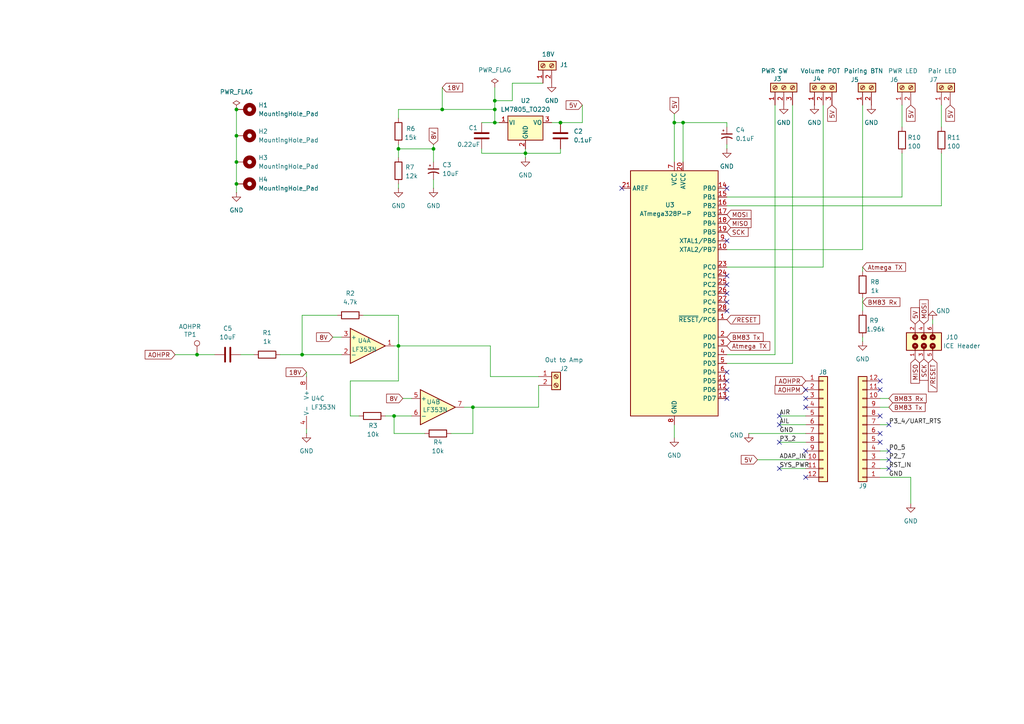
<source format=kicad_sch>
(kicad_sch (version 20231120) (generator "eeschema") (generator_version "8.0")
  (paper "A4")
  (title_block (title "BT/MC Module") (date "2024-10-13") (rev "A"))
  (lib_symbols
    (symbol "Amplifier_Operational:TL082" (pin_names (offset 0.127))
      (property "Reference" "U" (at 0 5.08 0))
      (property "Value" "TL082" (at 0 -5.08 0))
      (symbol "TL082_1_1"
        (polyline (pts (xy -5.08 5.08) (xy 5.08 0) (xy -5.08 -5.08) (xy -5.08 5.08)) (stroke (width 0.254)) (fill (type background)))
        (pin output line (at 7.62 0 180) (length 2.54) (name "~") (number "1"))
        (pin input line (at -7.62 -2.54 0) (length 2.54) (name "-") (number "2"))
        (pin input line (at -7.62 2.54 0) (length 2.54) (name "+") (number "3"))
      )
      (symbol "TL082_2_1"
        (polyline (pts (xy -5.08 5.08) (xy 5.08 0) (xy -5.08 -5.08) (xy -5.08 5.08)) (stroke (width 0.254)) (fill (type background)))
        (pin input line (at -7.62 2.54 0) (length 2.54) (name "+") (number "5"))
        (pin input line (at -7.62 -2.54 0) (length 2.54) (name "-") (number "6"))
        (pin output line (at 7.62 0 180) (length 2.54) (name "~") (number "7"))
      )
      (symbol "TL082_3_1"
        (pin power_in line (at -2.54 -7.62 90) (length 3.81) (name "V-") (number "4"))
        (pin power_in line (at -2.54 7.62 270) (length 3.81) (name "V+") (number "8"))
      )
    )
    (symbol "Connector:Screw_Terminal_01x02" (pin_names (offset 1.016) hide)
      (property "Reference" "J" (at 0 2.54 0))
      (property "Value" "Screw_Terminal_01x02" (at 0 -5.08 0))
      (symbol "Screw_Terminal_01x02_1_1"
        (rectangle (start -1.27 1.27) (end 1.27 -3.81) (stroke (width 0.254)) (fill (type background)))
        (circle (center 0 -2.54) (radius 0.635) (stroke (width 0.1524)))
        (polyline (pts (xy -0.5334 -2.2098) (xy 0.3302 -3.048)) (stroke (width 0.1524)))
        (polyline (pts (xy -0.5334 0.3302) (xy 0.3302 -0.508)) (stroke (width 0.1524)))
        (polyline (pts (xy -0.3556 -2.032) (xy 0.508 -2.8702)) (stroke (width 0.1524)))
        (polyline (pts (xy -0.3556 0.508) (xy 0.508 -0.3302)) (stroke (width 0.1524)))
        (circle (center 0 0) (radius 0.635) (stroke (width 0.1524)))
        (pin passive line (at -5.08 0 0) (length 3.81) (name "Pin_1") (number "1"))
        (pin passive line (at -5.08 -2.54 0) (length 3.81) (name "Pin_2") (number "2"))
      )
    )
    (symbol "Connector:Screw_Terminal_01x03" (pin_names (offset 1.016) hide)
      (property "Reference" "J" (at 0 5.08 0))
      (property "Value" "Screw_Terminal_01x03" (at 0 -5.08 0))
      (symbol "Screw_Terminal_01x03_1_1"
        (rectangle (start -1.27 3.81) (end 1.27 -3.81) (stroke (width 0.254)) (fill (type background)))
        (circle (center 0 -2.54) (radius 0.635) (stroke (width 0.1524)))
        (polyline (pts (xy -0.5334 -2.2098) (xy 0.3302 -3.048)) (stroke (width 0.1524)))
        (polyline (pts (xy -0.5334 0.3302) (xy 0.3302 -0.508)) (stroke (width 0.1524)))
        (polyline (pts (xy -0.5334 2.8702) (xy 0.3302 2.032)) (stroke (width 0.1524)))
        (polyline (pts (xy -0.3556 -2.032) (xy 0.508 -2.8702)) (stroke (width 0.1524)))
        (polyline (pts (xy -0.3556 0.508) (xy 0.508 -0.3302)) (stroke (width 0.1524)))
        (polyline (pts (xy -0.3556 3.048) (xy 0.508 2.2098)) (stroke (width 0.1524)))
        (circle (center 0 0) (radius 0.635) (stroke (width 0.1524)))
        (circle (center 0 2.54) (radius 0.635) (stroke (width 0.1524)))
        (pin passive line (at -5.08 2.54 0) (length 3.81) (name "Pin_1") (number "1"))
        (pin passive line (at -5.08 0 0) (length 3.81) (name "Pin_2") (number "2"))
        (pin passive line (at -5.08 -2.54 0) (length 3.81) (name "Pin_3") (number "3"))
      )
    )
    (symbol "Connector:TestPoint" (pin_numbers hide) (pin_names (offset 0.762) hide)
      (property "Reference" "TP" (at 0 6.858 0))
      (property "Value" "TestPoint" (at 0 5.08 0))
      (symbol "TestPoint_0_1"
        (circle (center 0 3.302) (radius 0.762))
      )
      (symbol "TestPoint_1_1"
        (pin passive line (at 0 0 90) (length 2.54) (name "1") (number "1"))
      )
    )
    (symbol "Connector_Generic:Conn_01x12" (pin_names (offset 1.016) hide)
      (property "Reference" "J" (at 0 15.24 0))
      (property "Value" "Conn_01x12" (at 0 -17.78 0))
      (symbol "Conn_01x12_1_1"
        (rectangle (start -1.27 -15.113) (end 0 -15.367) (stroke (width 0.1524)))
        (rectangle (start -1.27 -12.573) (end 0 -12.827) (stroke (width 0.1524)))
        (rectangle (start -1.27 -10.033) (end 0 -10.287) (stroke (width 0.1524)))
        (rectangle (start -1.27 -7.493) (end 0 -7.747) (stroke (width 0.1524)))
        (rectangle (start -1.27 -4.953) (end 0 -5.207) (stroke (width 0.1524)))
        (rectangle (start -1.27 -2.413) (end 0 -2.667) (stroke (width 0.1524)))
        (rectangle (start -1.27 0.127) (end 0 -0.127) (stroke (width 0.1524)))
        (rectangle (start -1.27 2.667) (end 0 2.413) (stroke (width 0.1524)))
        (rectangle (start -1.27 5.207) (end 0 4.953) (stroke (width 0.1524)))
        (rectangle (start -1.27 7.747) (end 0 7.493) (stroke (width 0.1524)))
        (rectangle (start -1.27 10.287) (end 0 10.033) (stroke (width 0.1524)))
        (rectangle (start -1.27 12.827) (end 0 12.573) (stroke (width 0.1524)))
        (rectangle (start -1.27 13.97) (end 1.27 -16.51) (stroke (width 0.254)) (fill (type background)))
        (pin passive line (at -5.08 12.7 0) (length 3.81) (name "Pin_1") (number "1"))
        (pin passive line (at -5.08 -10.16 0) (length 3.81) (name "Pin_10") (number "10"))
        (pin passive line (at -5.08 -12.7 0) (length 3.81) (name "Pin_11") (number "11"))
        (pin passive line (at -5.08 -15.24 0) (length 3.81) (name "Pin_12") (number "12"))
        (pin passive line (at -5.08 10.16 0) (length 3.81) (name "Pin_2") (number "2"))
        (pin passive line (at -5.08 7.62 0) (length 3.81) (name "Pin_3") (number "3"))
        (pin passive line (at -5.08 5.08 0) (length 3.81) (name "Pin_4") (number "4"))
        (pin passive line (at -5.08 2.54 0) (length 3.81) (name "Pin_5") (number "5"))
        (pin passive line (at -5.08 0 0) (length 3.81) (name "Pin_6") (number "6"))
        (pin passive line (at -5.08 -2.54 0) (length 3.81) (name "Pin_7") (number "7"))
        (pin passive line (at -5.08 -5.08 0) (length 3.81) (name "Pin_8") (number "8"))
        (pin passive line (at -5.08 -7.62 0) (length 3.81) (name "Pin_9") (number "9"))
      )
    )
    (symbol "Device:C" (pin_numbers hide) (pin_names (offset 0.254))
      (property "Reference" "C" (at 0.635 2.54 0))
      (property "Value" "C" (at 0.635 -2.54 0))
      (symbol "C_0_1"
        (polyline (pts (xy -2.032 -0.762) (xy 2.032 -0.762)) (stroke (width 0.508)))
        (polyline (pts (xy -2.032 0.762) (xy 2.032 0.762)) (stroke (width 0.508)))
      )
      (symbol "C_1_1"
        (pin passive line (at 0 3.81 270) (length 2.794) (name "~") (number "1"))
        (pin passive line (at 0 -3.81 90) (length 2.794) (name "~") (number "2"))
      )
    )
    (symbol "Device:C_Polarized_Small_US" (pin_numbers hide) (pin_names (offset 0.254) hide)
      (property "Reference" "C" (at 0.254 1.778 0))
      (property "Value" "C_Polarized_Small_US" (at 0.254 -2.032 0))
      (symbol "C_Polarized_Small_US_0_1"
        (polyline (pts (xy -1.524 0.508) (xy 1.524 0.508)) (stroke (width 0.3048)))
        (polyline (pts (xy -1.27 1.524) (xy -0.762 1.524)))
        (polyline (pts (xy -1.016 1.27) (xy -1.016 1.778)))
        (arc (start 1.524 -0.762) (mid 0 -0.3734) (end -1.524 -0.762) (stroke (width 0.3048)))
      )
      (symbol "C_Polarized_Small_US_1_1"
        (pin passive line (at 0 2.54 270) (length 2.032) (name "~") (number "1"))
        (pin passive line (at 0 -2.54 90) (length 2.032) (name "~") (number "2"))
      )
    )
    (symbol "Device:R" (pin_numbers hide) (pin_names (offset 0))
      (property "Reference" "R" (at 2.032 0 90))
      (property "Value" "R" (at 0 0 90))
      (symbol "R_0_1"
        (rectangle (start -1.016 -2.54) (end 1.016 2.54) (stroke (width 0.254)))
      )
      (symbol "R_1_1"
        (pin passive line (at 0 3.81 270) (length 1.27) (name "~") (number "1"))
        (pin passive line (at 0 -3.81 90) (length 1.27) (name "~") (number "2"))
      )
    )
    (symbol "ICE_Header:6120XX21621_61200621621" (pin_names (offset 1.016))
      (property "Reference" "J" (at -6.26 0.35 0))
      (symbol "6120XX21621_61200621621_0_0"
        (rectangle (start -5.08 -2.54) (end 5.08 2.54) (stroke (width 0.254)) (fill (type background)))
        (circle (center -2.54 -1.27) (radius 0.254) (stroke (width 0.635)))
        (circle (center -2.54 1.27) (radius 0.254) (stroke (width 0.635)))
        (circle (center 0 -1.27) (radius 0.254) (stroke (width 0.635)))
        (polyline (pts (xy -2.54 -1.27) (xy -2.54 -2.54)) (stroke (width 0.254)))
        (polyline (pts (xy -2.54 1.27) (xy -2.54 2.54)) (stroke (width 0.254)))
        (polyline (pts (xy 0 -1.27) (xy 0 -2.54)) (stroke (width 0.254)))
        (polyline (pts (xy 0 1.27) (xy 0 2.54)) (stroke (width 0.254)))
        (polyline (pts (xy 2.54 -1.27) (xy 2.54 -2.54)) (stroke (width 0.254)))
        (polyline (pts (xy 2.54 1.27) (xy 2.54 2.54)) (stroke (width 0.254)))
        (circle (center 0 1.27) (radius 0.254) (stroke (width 0.635)))
        (circle (center 2.54 -1.27) (radius 0.254) (stroke (width 0.635)))
        (circle (center 2.54 1.27) (radius 0.254) (stroke (width 0.635)))
        (pin passive line (at -2.54 -5.08 90) (length 2.54) (name "~") (number "1"))
        (pin passive line (at -2.54 5.08 270) (length 2.54) (name "~") (number "2"))
        (pin passive line (at 0 -5.08 90) (length 2.54) (name "~") (number "3"))
        (pin passive line (at 0 5.08 270) (length 2.54) (name "~") (number "4"))
        (pin passive line (at 2.54 -5.08 90) (length 2.54) (name "~") (number "5"))
        (pin passive line (at 2.54 5.08 270) (length 2.54) (name "~") (number "6"))
      )
    )
    (symbol "MCU_Microchip_ATmega:ATmega328P-P"
      (property "Reference" "U" (at -12.7 36.83 0))
      (property "Value" "ATmega328P-P" (at 2.54 -36.83 0))
      (symbol "ATmega328P-P_0_1"
        (rectangle (start -12.7 -35.56) (end 12.7 35.56) (stroke (width 0.254)) (fill (type background)))
      )
      (symbol "ATmega328P-P_1_1"
        (pin bidirectional line (at 15.24 -7.62 180) (length 2.54) (name "~{RESET}/PC6") (number "1"))
        (pin bidirectional line (at 15.24 12.7 180) (length 2.54) (name "XTAL2/PB7") (number "10"))
        (pin bidirectional line (at 15.24 -25.4 180) (length 2.54) (name "PD5") (number "11"))
        (pin bidirectional line (at 15.24 -27.94 180) (length 2.54) (name "PD6") (number "12"))
        (pin bidirectional line (at 15.24 -30.48 180) (length 2.54) (name "PD7") (number "13"))
        (pin bidirectional line (at 15.24 30.48 180) (length 2.54) (name "PB0") (number "14"))
        (pin bidirectional line (at 15.24 27.94 180) (length 2.54) (name "PB1") (number "15"))
        (pin bidirectional line (at 15.24 25.4 180) (length 2.54) (name "PB2") (number "16"))
        (pin bidirectional line (at 15.24 22.86 180) (length 2.54) (name "PB3") (number "17"))
        (pin bidirectional line (at 15.24 20.32 180) (length 2.54) (name "PB4") (number "18"))
        (pin bidirectional line (at 15.24 17.78 180) (length 2.54) (name "PB5") (number "19"))
        (pin bidirectional line (at 15.24 -12.7 180) (length 2.54) (name "PD0") (number "2"))
        (pin power_in line (at 2.54 38.1 270) (length 2.54) (name "AVCC") (number "20"))
        (pin passive line (at -15.24 30.48 0) (length 2.54) (name "AREF") (number "21"))
        (pin passive line (at 0 -38.1 90) (length 2.54) hide (name "GND") (number "22"))
        (pin bidirectional line (at 15.24 7.62 180) (length 2.54) (name "PC0") (number "23"))
        (pin bidirectional line (at 15.24 5.08 180) (length 2.54) (name "PC1") (number "24"))
        (pin bidirectional line (at 15.24 2.54 180) (length 2.54) (name "PC2") (number "25"))
        (pin bidirectional line (at 15.24 0 180) (length 2.54) (name "PC3") (number "26"))
        (pin bidirectional line (at 15.24 -2.54 180) (length 2.54) (name "PC4") (number "27"))
        (pin bidirectional line (at 15.24 -5.08 180) (length 2.54) (name "PC5") (number "28"))
        (pin bidirectional line (at 15.24 -15.24 180) (length 2.54) (name "PD1") (number "3"))
        (pin bidirectional line (at 15.24 -17.78 180) (length 2.54) (name "PD2") (number "4"))
        (pin bidirectional line (at 15.24 -20.32 180) (length 2.54) (name "PD3") (number "5"))
        (pin bidirectional line (at 15.24 -22.86 180) (length 2.54) (name "PD4") (number "6"))
        (pin power_in line (at 0 38.1 270) (length 2.54) (name "VCC") (number "7"))
        (pin power_in line (at 0 -38.1 90) (length 2.54) (name "GND") (number "8"))
        (pin bidirectional line (at 15.24 15.24 180) (length 2.54) (name "XTAL1/PB6") (number "9"))
      )
    )
    (symbol "Mechanical:MountingHole_Pad" (pin_numbers hide) (pin_names (offset 1.016) hide) (exclude_from_sim yes) (in_bom no)
      (property "Reference" "H" (at 0 6.35 0))
      (property "Value" "MountingHole_Pad" (at 0 4.445 0))
      (symbol "MountingHole_Pad_0_1"
        (circle (center 0 1.27) (radius 1.27) (stroke (width 1.27)))
      )
      (symbol "MountingHole_Pad_1_1"
        (pin input line (at 0 -2.54 90) (length 2.54) (name "1") (number "1"))
      )
    )
    (symbol "Regulator_Linear:LM7805_TO220" (pin_names (offset 0.254))
      (property "Reference" "U" (at -3.81 3.175 0))
      (property "Value" "LM7805_TO220" (at 0 3.175 0))
      (symbol "LM7805_TO220_0_1"
        (rectangle (start -5.08 1.905) (end 5.08 -5.08) (stroke (width 0.254)) (fill (type background)))
      )
      (symbol "LM7805_TO220_1_1"
        (pin power_in line (at -7.62 0 0) (length 2.54) (name "VI") (number "1"))
        (pin power_in line (at 0 -7.62 90) (length 2.54) (name "GND") (number "2"))
        (pin power_out line (at 7.62 0 180) (length 2.54) (name "VO") (number "3"))
      )
    )
    (symbol "power:GND" (power) (pin_numbers hide) (pin_names (offset 0) hide)
      (property "Value" "GND" (at 0 -3.81 0))
      (symbol "GND_0_1"
        (polyline (pts (xy 0 0) (xy 0 -1.27) (xy 1.27 -1.27) (xy 0 -2.54) (xy -1.27 -1.27) (xy 0 -1.27)))
      )
      (symbol "GND_1_1"
        (pin power_in line (at 0 0 270) (length 0) (name "~") (number "1"))
      )
    )
    (symbol "power:PWR_FLAG" (power) (pin_numbers hide) (pin_names (offset 0) hide)
      (property "Value" "PWR_FLAG" (at 0 3.81 0))
      (symbol "PWR_FLAG_0_0"
        (pin power_out line (at 0 0 90) (length 0) (name "~") (number "1"))
      )
      (symbol "PWR_FLAG_0_1"
        (polyline (pts (xy 0 0) (xy 0 1.27) (xy -1.016 1.905) (xy 0 2.54) (xy 1.016 1.905) (xy 0 1.27)))
      )
    )
  )
  (junction (at 137.16 118.11))
  (junction (at 128.27 31.75))
  (junction (at 143.51 29.21))
  (junction (at 162.56 35.56))
  (junction (at 143.51 35.56))
  (junction (at 114.3 120.65))
  (junction (at 68.58 46.99))
  (junction (at 152.4 44.45))
  (junction (at 125.73 43.18))
  (junction (at 68.58 39.37))
  (junction (at 115.57 43.18))
  (junction (at 87.63 102.87))
  (junction (at 68.58 53.34))
  (junction (at 143.51 31.75))
  (junction (at 115.57 100.33))
  (junction (at 68.58 31.75))
  (junction (at 195.58 35.56))
  (junction (at 198.12 35.56))
  (junction (at 57.15 102.87))
  (no_connect (at 255.27 110.49))
  (no_connect (at 180.34 54.61))
  (no_connect (at 210.82 107.95))
  (no_connect (at 257.81 133.35))
  (no_connect (at 255.27 120.65))
  (no_connect (at 226.06 120.65))
  (no_connect (at 233.68 130.81))
  (no_connect (at 210.82 80.01))
  (no_connect (at 210.82 113.03))
  (no_connect (at 226.06 128.27))
  (no_connect (at 226.06 123.19))
  (no_connect (at 226.06 135.89))
  (no_connect (at 257.81 130.81))
  (no_connect (at 210.82 87.63))
  (no_connect (at 210.82 110.49))
  (no_connect (at 255.27 113.03))
  (no_connect (at 233.68 113.03))
  (no_connect (at 210.82 54.61))
  (no_connect (at 233.68 138.43))
  (no_connect (at 255.27 125.73))
  (no_connect (at 233.68 118.11))
  (no_connect (at 210.82 90.17))
  (no_connect (at 210.82 115.57))
  (no_connect (at 257.81 135.89))
  (no_connect (at 210.82 85.09))
  (no_connect (at 210.82 82.55))
  (no_connect (at 255.27 128.27))
  (no_connect (at 210.82 69.85))
  (no_connect (at 233.68 115.57))
  (no_connect (at 257.81 123.19))
  (wire (pts (xy 99.06 97.79) (xy 96.52 97.79)))
  (wire (pts (xy 257.81 135.89) (xy 255.27 135.89)))
  (wire (pts (xy 261.62 44.45) (xy 261.62 57.15)))
  (wire (pts (xy 210.82 77.47) (xy 238.76 77.47)))
  (wire (pts (xy 143.51 25.4) (xy 143.51 29.21)))
  (wire (pts (xy 255.27 118.11) (xy 257.81 118.11)))
  (wire (pts (xy 250.19 86.36) (xy 250.19 90.17)))
  (wire (pts (xy 160.02 35.56) (xy 162.56 35.56)))
  (wire (pts (xy 148.59 29.21) (xy 143.51 29.21)))
  (wire (pts (xy 142.24 109.22) (xy 156.21 109.22)))
  (wire (pts (xy 125.73 43.18) (xy 125.73 46.99)))
  (wire (pts (xy 250.19 72.39) (xy 250.19 30.48)))
  (wire (pts (xy 264.16 138.43) (xy 264.16 146.05)))
  (wire (pts (xy 152.4 44.45) (xy 152.4 45.72)))
  (wire (pts (xy 168.91 30.48) (xy 168.91 35.56)))
  (wire (pts (xy 115.57 91.44) (xy 115.57 100.33)))
  (wire (pts (xy 115.57 41.91) (xy 115.57 43.18)))
  (wire (pts (xy 195.58 35.56) (xy 198.12 35.56)))
  (wire (pts (xy 250.19 97.79) (xy 250.19 99.06)))
  (wire (pts (xy 257.81 130.81) (xy 255.27 130.81)))
  (wire (pts (xy 229.87 30.48) (xy 229.87 105.41)))
  (wire (pts (xy 162.56 35.56) (xy 168.91 35.56)))
  (wire (pts (xy 139.7 44.45) (xy 139.7 43.18)))
  (wire (pts (xy 115.57 43.18) (xy 125.73 43.18)))
  (wire (pts (xy 257.81 133.35) (xy 255.27 133.35)))
  (wire (pts (xy 273.05 59.69) (xy 210.82 59.69)))
  (wire (pts (xy 273.05 44.45) (xy 273.05 59.69)))
  (wire (pts (xy 162.56 43.18) (xy 162.56 44.45)))
  (wire (pts (xy 143.51 35.56) (xy 144.78 35.56)))
  (wire (pts (xy 81.28 102.87) (xy 87.63 102.87)))
  (wire (pts (xy 115.57 100.33) (xy 115.57 110.49)))
  (wire (pts (xy 217.17 125.73) (xy 233.68 125.73)))
  (wire (pts (xy 226.06 128.27) (xy 233.68 128.27)))
  (wire (pts (xy 87.63 91.44) (xy 97.79 91.44)))
  (wire (pts (xy 210.82 102.87) (xy 224.79 102.87)))
  (wire (pts (xy 139.7 35.56) (xy 143.51 35.56)))
  (wire (pts (xy 134.62 118.11) (xy 137.16 118.11)))
  (wire (pts (xy 224.79 30.48) (xy 224.79 102.87)))
  (wire (pts (xy 152.4 43.18) (xy 152.4 44.45)))
  (wire (pts (xy 219.71 133.35) (xy 233.68 133.35)))
  (wire (pts (xy 115.57 43.18) (xy 115.57 45.72)))
  (wire (pts (xy 255.27 115.57) (xy 257.81 115.57)))
  (wire (pts (xy 87.63 91.44) (xy 87.63 102.87)))
  (wire (pts (xy 210.82 35.56) (xy 210.82 36.83)))
  (wire (pts (xy 114.3 100.33) (xy 115.57 100.33)))
  (wire (pts (xy 114.3 120.65) (xy 119.38 120.65)))
  (wire (pts (xy 128.27 25.4) (xy 128.27 31.75)))
  (wire (pts (xy 57.15 102.87) (xy 62.23 102.87)))
  (wire (pts (xy 255.27 138.43) (xy 264.16 138.43)))
  (wire (pts (xy 250.19 77.47) (xy 250.19 78.74)))
  (wire (pts (xy 87.63 102.87) (xy 99.06 102.87)))
  (wire (pts (xy 273.05 30.48) (xy 273.05 36.83)))
  (wire (pts (xy 148.59 24.13) (xy 157.48 24.13)))
  (wire (pts (xy 210.82 72.39) (xy 250.19 72.39)))
  (wire (pts (xy 137.16 118.11) (xy 156.21 118.11)))
  (wire (pts (xy 143.51 31.75) (xy 143.51 35.56)))
  (wire (pts (xy 115.57 31.75) (xy 115.57 34.29)))
  (wire (pts (xy 270.51 93.98) (xy 270.51 92.71)))
  (wire (pts (xy 148.59 29.21) (xy 148.59 24.13)))
  (wire (pts (xy 68.58 46.99) (xy 68.58 53.34)))
  (wire (pts (xy 130.81 125.73) (xy 137.16 125.73)))
  (wire (pts (xy 137.16 125.73) (xy 137.16 118.11)))
  (wire (pts (xy 261.62 30.48) (xy 261.62 36.83)))
  (wire (pts (xy 123.19 125.73) (xy 114.3 125.73)))
  (wire (pts (xy 210.82 41.91) (xy 210.82 43.18)))
  (wire (pts (xy 143.51 29.21) (xy 143.51 31.75)))
  (wire (pts (xy 226.06 123.19) (xy 233.68 123.19)))
  (wire (pts (xy 115.57 53.34) (xy 115.57 54.61)))
  (wire (pts (xy 116.84 115.57) (xy 119.38 115.57)))
  (wire (pts (xy 115.57 31.75) (xy 128.27 31.75)))
  (wire (pts (xy 50.8 102.87) (xy 57.15 102.87)))
  (wire (pts (xy 101.6 110.49) (xy 115.57 110.49)))
  (wire (pts (xy 115.57 100.33) (xy 142.24 100.33)))
  (wire (pts (xy 195.58 33.02) (xy 195.58 35.56)))
  (wire (pts (xy 101.6 110.49) (xy 101.6 120.65)))
  (wire (pts (xy 68.58 31.75) (xy 68.58 39.37)))
  (wire (pts (xy 139.7 44.45) (xy 152.4 44.45)))
  (wire (pts (xy 68.58 39.37) (xy 68.58 46.99)))
  (wire (pts (xy 195.58 35.56) (xy 195.58 46.99)))
  (wire (pts (xy 198.12 46.99) (xy 198.12 35.56)))
  (wire (pts (xy 257.81 123.19) (xy 255.27 123.19)))
  (wire (pts (xy 105.41 91.44) (xy 115.57 91.44)))
  (wire (pts (xy 125.73 41.91) (xy 125.73 43.18)))
  (wire (pts (xy 238.76 77.47) (xy 238.76 30.48)))
  (wire (pts (xy 261.62 57.15) (xy 210.82 57.15)))
  (wire (pts (xy 125.73 52.07) (xy 125.73 54.61)))
  (wire (pts (xy 226.06 135.89) (xy 233.68 135.89)))
  (wire (pts (xy 210.82 105.41) (xy 229.87 105.41)))
  (wire (pts (xy 101.6 120.65) (xy 104.14 120.65)))
  (wire (pts (xy 156.21 111.76) (xy 156.21 118.11)))
  (wire (pts (xy 88.9 107.95) (xy 88.9 109.22)))
  (wire (pts (xy 198.12 35.56) (xy 210.82 35.56)))
  (wire (pts (xy 69.85 102.87) (xy 73.66 102.87)))
  (wire (pts (xy 128.27 31.75) (xy 143.51 31.75)))
  (wire (pts (xy 114.3 125.73) (xy 114.3 120.65)))
  (wire (pts (xy 68.58 53.34) (xy 68.58 55.88)))
  (wire (pts (xy 195.58 123.19) (xy 195.58 127)))
  (wire (pts (xy 142.24 109.22) (xy 142.24 100.33)))
  (wire (pts (xy 88.9 124.46) (xy 88.9 125.73)))
  (wire (pts (xy 226.06 120.65) (xy 233.68 120.65)))
  (wire (pts (xy 111.76 120.65) (xy 114.3 120.65)))
  (wire (pts (xy 162.56 44.45) (xy 152.4 44.45)))
  (label "P3_2" (at 226.06 128.27 0))
  (label "ADAP_IN" (at 226.06 133.35 0))
  (label "P3_4{slash}UART_RTS" (at 257.81 123.19 0))
  (label "GND" (at 257.81 138.43 0))
  (label "GND" (at 226.06 125.73 0))
  (label "P2_7" (at 257.81 133.35 0))
  (label "AIR" (at 226.06 120.65 0))
  (label "P0_5" (at 257.81 130.81 0))
  (label "SYS_PWR" (at 226.06 135.89 0))
  (label "RST_IN" (at 257.81 135.89 0))
  (label "AIL" (at 226.06 123.19 0))
  (global_label "BM83 Tx" (shape input) (at 210.82 97.79 0) (property "Intersheetrefs" "${INTERSHEET_REFS}" (effects (hide yes))))
  (global_label "MOSI" (shape input) (at 210.82 62.23 0) (property "Intersheetrefs" "${INTERSHEET_REFS}" (effects (hide yes))))
  (global_label "8V" (shape input) (at 125.73 41.91 90) (property "Intersheetrefs" "${INTERSHEET_REFS}" (effects (hide yes))))
  (global_label "Atmega TX" (shape input) (at 210.82 100.33 0) (property "Intersheetrefs" "${INTERSHEET_REFS}" (effects (hide yes))))
  (global_label "18V" (shape input) (at 128.27 25.4 0) (property "Intersheetrefs" "${INTERSHEET_REFS}" (effects (hide yes))))
  (global_label "MISO" (shape input) (at 265.43 104.14 270) (property "Intersheetrefs" "${INTERSHEET_REFS}" (effects (hide yes))))
  (global_label "5V" (shape input) (at 241.3 30.48 270) (property "Intersheetrefs" "${INTERSHEET_REFS}" (effects (hide yes))))
  (global_label "5V" (shape input) (at 168.91 30.48 180) (property "Intersheetrefs" "${INTERSHEET_REFS}" (effects (hide yes))))
  (global_label "MOSI" (shape input) (at 267.97 93.98 90) (property "Intersheetrefs" "${INTERSHEET_REFS}" (effects (hide yes))))
  (global_label "AOHPM" (shape input) (at 233.68 113.03 180) (property "Intersheetrefs" "${INTERSHEET_REFS}" (effects (hide yes))))
  (global_label "BM83 Tx" (shape input) (at 257.81 118.11 0) (property "Intersheetrefs" "${INTERSHEET_REFS}" (effects (hide yes))))
  (global_label "5V" (shape input) (at 265.43 93.98 90) (property "Intersheetrefs" "${INTERSHEET_REFS}" (effects (hide yes))))
  (global_label "SCK" (shape input) (at 210.82 67.31 0) (property "Intersheetrefs" "${INTERSHEET_REFS}" (effects (hide yes))))
  (global_label "5V" (shape input) (at 219.71 133.35 180) (property "Intersheetrefs" "${INTERSHEET_REFS}" (effects (hide yes))))
  (global_label "SCK" (shape input) (at 267.97 104.14 270) (property "Intersheetrefs" "${INTERSHEET_REFS}" (effects (hide yes))))
  (global_label "AOHPR" (shape input) (at 50.8 102.87 180) (property "Intersheetrefs" "${INTERSHEET_REFS}" (effects (hide yes))))
  (global_label "{slash}RESET" (shape input) (at 270.51 104.14 270) (property "Intersheetrefs" "${INTERSHEET_REFS}" (effects (hide yes))))
  (global_label "5V" (shape input) (at 264.16 30.48 270) (property "Intersheetrefs" "${INTERSHEET_REFS}" (effects (hide yes))))
  (global_label "8V" (shape input) (at 96.52 97.79 180) (property "Intersheetrefs" "${INTERSHEET_REFS}" (effects (hide yes))))
  (global_label "8V" (shape input) (at 116.84 115.57 180) (property "Intersheetrefs" "${INTERSHEET_REFS}" (effects (hide yes))))
  (global_label "Atmega TX" (shape input) (at 250.19 77.47 0) (property "Intersheetrefs" "${INTERSHEET_REFS}" (effects (hide yes))))
  (global_label "AOHPR" (shape input) (at 233.68 110.49 180) (property "Intersheetrefs" "${INTERSHEET_REFS}" (effects (hide yes))))
  (global_label "BM83 Rx" (shape input) (at 250.19 87.63 0) (property "Intersheetrefs" "${INTERSHEET_REFS}" (effects (hide yes))))
  (global_label "5V" (shape input) (at 195.58 33.02 90) (property "Intersheetrefs" "${INTERSHEET_REFS}" (effects (hide yes))))
  (global_label "18V" (shape input) (at 88.9 107.95 180) (property "Intersheetrefs" "${INTERSHEET_REFS}" (effects (hide yes))))
  (global_label "5V" (shape input) (at 275.59 30.48 270) (property "Intersheetrefs" "${INTERSHEET_REFS}" (effects (hide yes))))
  (global_label "{slash}RESET" (shape input) (at 210.82 92.71 0) (property "Intersheetrefs" "${INTERSHEET_REFS}" (effects (hide yes))))
  (global_label "BM83 Rx" (shape input) (at 257.81 115.57 0) (property "Intersheetrefs" "${INTERSHEET_REFS}" (effects (hide yes))))
  (global_label "MISO" (shape input) (at 210.82 64.77 0) (property "Intersheetrefs" "${INTERSHEET_REFS}" (effects (hide yes))))
  (symbol (lib_id "power:GND") (at 264.16 146.05 0) (unit 1)
    (property "Reference" "#PWR010" (effects (hide yes)))
    (property "Value" "GND" (at 264.16 151.13 0))
    (property "Description" "Power symbol creates a global label with name \"GND\" , ground" (effects (hide yes)))
  )
  (symbol (lib_id "Mechanical:MountingHole_Pad") (at 71.12 39.37 270) (unit 1) (exclude_from_sim yes) (in_bom no)
    (property "Reference" "H2" (at 74.93 38.0999 90) (effects (justify left)))
    (property "Value" "MountingHole_Pad" (at 74.93 40.6399 90) (effects (justify left)))
    (property "Footprint" "MountingHole:MountingHole_3.5mm_Pad" (effects (hide yes)))
    (property "Description" "Mounting Hole with connection" (effects (hide yes)))
  )
  (symbol (lib_id "power:GND") (at 270.51 92.71 180) (unit 1)
    (property "Reference" "#PWR017" (effects (hide yes)))
    (property "Value" "GND" (at 273.558 90.17 0))
    (property "Description" "Power symbol creates a global label with name \"GND\" , ground" (effects (hide yes)))
  )
  (symbol (lib_id "Mechanical:MountingHole_Pad") (at 71.12 53.34 270) (unit 1) (exclude_from_sim yes) (in_bom no)
    (property "Reference" "H4" (at 74.93 52.0699 90) (effects (justify left)))
    (property "Value" "MountingHole_Pad" (at 74.93 54.6099 90) (effects (justify left)))
    (property "Footprint" "MountingHole:MountingHole_3.5mm_Pad" (effects (hide yes)))
    (property "Description" "Mounting Hole with connection" (effects (hide yes)))
  )
  (symbol (lib_id "Connector:Screw_Terminal_01x03") (at 227.33 25.4 90) (unit 1)
    (property "Reference" "J3" (at 224.282 22.86 90) (effects (justify right)))
    (property "Value" "PWR SW" (at 220.726 20.574 90) (effects (justify right)))
    (property "Footprint" "TerminalBlock_Phoenix:TerminalBlock_Phoenix_MKDS-1,5-3_1x03_P5.00mm_Horizontal" (effects (hide yes)))
    (property "Description" "Generic screw terminal, single row, 01x03, script generated (kicad-library-utils/schlib/autogen/connector/)" (effects (hide yes)))
  )
  (symbol (lib_id "Mechanical:MountingHole_Pad") (at 71.12 46.99 270) (unit 1) (exclude_from_sim yes) (in_bom no)
    (property "Reference" "H3" (at 74.93 45.7199 90) (effects (justify left)))
    (property "Value" "MountingHole_Pad" (at 74.93 48.2599 90) (effects (justify left)))
    (property "Footprint" "MountingHole:MountingHole_3.5mm_Pad" (effects (hide yes)))
    (property "Description" "Mounting Hole with connection" (effects (hide yes)))
  )
  (symbol (lib_id "Device:R") (at 115.57 38.1 0) (unit 1)
    (property "Reference" "R6" (at 119.126 37.338 0))
    (property "Value" "15k" (at 119.126 39.878 0))
    (property "Footprint" "Resistor_THT:R_Axial_DIN0207_L6.3mm_D2.5mm_P10.16mm_Horizontal" (effects (hide yes)))
    (property "Description" "Resistor" (effects (hide yes)))
  )
  (symbol (lib_id "Connector:Screw_Terminal_01x02") (at 273.05 25.4 90) (unit 1)
    (property "Reference" "J7" (at 270.764 23.114 90))
    (property "Value" "Pair LED" (at 273.304 20.574 90))
    (property "Footprint" "TerminalBlock_Phoenix:TerminalBlock_Phoenix_MKDS-1,5-2_1x02_P5.00mm_Horizontal" (effects (hide yes)))
    (property "Description" "Generic screw terminal, single row, 01x02, script generated (kicad-library-utils/schlib/autogen/connector/)" (effects (hide yes)))
  )
  (symbol (lib_id "power:PWR_FLAG") (at 143.51 25.4 0) (unit 1)
    (property "Reference" "#FLG02" (effects (hide yes)))
    (property "Value" "PWR_FLAG" (at 143.51 20.32 0))
    (property "Description" "Special symbol for telling ERC where power comes from" (effects (hide yes)))
  )
  (symbol (lib_id "power:GND") (at 250.19 99.06 0) (unit 1)
    (property "Reference" "#PWR09" (effects (hide yes)))
    (property "Value" "GND" (at 250.19 104.14 0))
    (property "Description" "Power symbol creates a global label with name \"GND\" , ground" (effects (hide yes)))
  )
  (symbol (lib_id "Connector:Screw_Terminal_01x02") (at 161.29 109.22 0) (unit 1)
    (property "Reference" "J2" (at 163.576 106.934 0))
    (property "Value" "Out to Amp" (at 163.576 104.394 0))
    (property "Footprint" "TerminalBlock_Phoenix:TerminalBlock_Phoenix_MKDS-1,5-2_1x02_P5.00mm_Horizontal" (effects (hide yes)))
    (property "Description" "Generic screw terminal, single row, 01x02, script generated (kicad-library-utils/schlib/autogen/connector/)" (effects (hide yes)))
  )
  (symbol (lib_id "Connector_Generic:Conn_01x12") (at 250.19 125.73 180) (unit 1)
    (property "Reference" "J9" (at 251.46 140.97 0) (effects (justify left)))
    (property "Value" "Conn_01x12" (effects (hide yes)))
    (property "Footprint" "Connector_PinHeader_2.54mm:PinHeader_1x12_P2.54mm_Vertical" (effects (hide yes)))
  )
  (symbol (lib_id "Device:C") (at 66.04 102.87 90) (unit 1)
    (property "Reference" "C5" (at 66.04 95.25 90))
    (property "Value" "10uF" (at 66.04 97.79 90))
    (property "Footprint" "Capacitor_THT:C_Disc_D6.0mm_W4.4mm_P5.00mm" (effects (hide yes)))
    (property "Description" "Unpolarized capacitor" (effects (hide yes)))
  )
  (symbol (lib_id "power:GND") (at 115.57 54.61 0) (unit 1)
    (property "Reference" "#PWR03" (effects (hide yes)))
    (property "Value" "GND" (at 115.57 59.69 0))
    (property "Description" "Power symbol creates a global label with name \"GND\" , ground" (effects (hide yes)))
  )
  (symbol (lib_id "Device:R") (at 101.6 91.44 90) (unit 1)
    (property "Reference" "R2" (at 101.6 85.09 90))
    (property "Value" "4.7k" (at 101.6 87.63 90))
    (property "Footprint" "Resistor_THT:R_Axial_DIN0207_L6.3mm_D2.5mm_P10.16mm_Horizontal" (effects (hide yes)))
    (property "Description" "Resistor" (effects (hide yes)))
  )
  (symbol (lib_id "power:GND") (at 125.73 54.61 0) (unit 1)
    (property "Reference" "#PWR04" (effects (hide yes)))
    (property "Value" "GND" (at 125.73 59.69 0))
    (property "Description" "Power symbol creates a global label with name \"GND\" , ground" (effects (hide yes)))
  )
  (symbol (lib_id "Device:C_Polarized_Small_US") (at 125.73 49.53 0) (unit 1)
    (property "Reference" "C3" (at 128.27 47.8281 0) (effects (justify left)))
    (property "Value" "10uF" (at 128.27 50.3681 0) (effects (justify left)))
    (property "Footprint" "Capacitor_THT:CP_Radial_Tantal_D5.0mm_P5.00mm" (effects (hide yes)))
    (property "Description" "Polarized capacitor, small US symbol" (effects (hide yes)))
  )
  (symbol (lib_id "power:PWR_FLAG") (at 68.58 31.75 0) (unit 1)
    (property "Reference" "#FLG01" (effects (hide yes)))
    (property "Value" "PWR_FLAG" (at 68.58 26.67 0))
    (property "Description" "Special symbol for telling ERC where power comes from" (effects (hide yes)))
  )
  (symbol (lib_id "Mechanical:MountingHole_Pad") (at 71.12 31.75 270) (unit 1) (exclude_from_sim yes) (in_bom no)
    (property "Reference" "H1" (at 74.93 30.4799 90) (effects (justify left)))
    (property "Value" "MountingHole_Pad" (at 74.93 33.0199 90) (effects (justify left)))
    (property "Footprint" "MountingHole:MountingHole_3.5mm_Pad" (effects (hide yes)))
    (property "Description" "Mounting Hole with connection" (effects (hide yes)))
  )
  (symbol (lib_id "ICE_Header:6120XX21621_61200621621") (at 267.97 99.06 0) (unit 1)
    (property "Reference" "J10" (at 274.32 97.7899 0) (effects (justify left)))
    (property "Value" "ICE Header" (at 273.558 100.33 0) (effects (justify left)))
    (property "Footprint" "Z_Custom_Footprints:ICE_Header" (effects (hide yes)))
    (property "CONTACT-RESISTANCE" "20mOhm" (effects (hide yes)))
    (property "GENDER" "Male" (effects (hide yes)))
    (property "MOUNT" "THT" (effects (hide yes)))
    (property "IR" "3A" (effects (hide yes)))
    (property "VALUE" "61200621621" (effects (hide yes)))
    (property "PACKAGING" "Tray" (effects (hide yes)))
    (property "PART-NUMBER" "61200621621" (effects (hide yes)))
    (property "LENGTH" "15.28mm" (effects (hide yes)))
    (property "DATASHEET-URL" "https://www.we-online.com/redexpert/spec/61200621621?ae" (effects (hide yes)))
    (property "WORKING-VOLTAGE" "250V(AC)" (effects (hide yes)))
    (property "PINS" "6" (effects (hide yes)))
    (property "PITCH" "2.54mm" (effects (hide yes)))
    (property "TYPE" "Straight" (effects (hide yes)))
  )
  (symbol (lib_id "Connector:Screw_Terminal_01x02") (at 261.62 25.4 90) (unit 1)
    (property "Reference" "J6" (at 259.334 23.114 90))
    (property "Value" "PWR LED" (at 261.874 20.574 90))
    (property "Footprint" "TerminalBlock_Phoenix:TerminalBlock_Phoenix_MKDS-1,5-2_1x02_P5.00mm_Horizontal" (effects (hide yes)))
    (property "Description" "Generic screw terminal, single row, 01x02, script generated (kicad-library-utils/schlib/autogen/connector/)" (effects (hide yes)))
  )
  (symbol (lib_id "Connector:TestPoint") (at 57.15 102.87 0) (unit 1)
    (property "Reference" "TP1" (at 53.34 97.028 0) (effects (justify left)))
    (property "Value" "AOHPR" (at 51.816 94.742 0) (effects (justify left)))
    (property "Footprint" "TestPoint:TestPoint_THTPad_D2.0mm_Drill1.0mm" (effects (hide yes)))
    (property "Description" "test point" (effects (hide yes)))
  )
  (symbol (lib_id "Amplifier_Operational:TL082") (at 91.44 116.84 0) (unit 3)
    (property "Reference" "U4" (at 90.17 115.5699 0) (effects (justify left)))
    (property "Value" "LF353N" (at 90.17 118.1099 0) (effects (justify left)))
    (property "Footprint" "Package_DIP:DIP-8_W7.62mm_LongPads" (effects (hide yes)))
    (property "Datasheet" "http://www.ti.com/lit/ds/symlink/tl081.pdf" (effects (hide yes)))
    (property "Description" "Dual JFET-Input Operational Amplifiers, DIP-8/SOIC-8/SSOP-8" (effects (hide yes)))
  )
  (symbol (lib_id "Device:C_Polarized_Small_US") (at 210.82 39.37 0) (unit 1)
    (property "Reference" "C4" (at 213.36 37.6681 0) (effects (justify left)))
    (property "Value" "0.1uF" (at 213.36 40.2081 0) (effects (justify left)))
    (property "Footprint" "Capacitor_THT:C_Rect_L7.0mm_W2.5mm_P5.00mm" (effects (hide yes)))
    (property "Description" "Polarized capacitor, small US symbol" (effects (hide yes)))
  )
  (symbol (lib_id "Connector:Screw_Terminal_01x03") (at 238.76 25.4 90) (unit 1)
    (property "Reference" "J4" (at 235.712 22.86 90) (effects (justify right)))
    (property "Value" "Volume POT" (at 232.156 20.574 90) (effects (justify right)))
    (property "Footprint" "TerminalBlock_Phoenix:TerminalBlock_Phoenix_MKDS-1,5-3_1x03_P5.00mm_Horizontal" (effects (hide yes)))
    (property "Description" "Generic screw terminal, single row, 01x03, script generated (kicad-library-utils/schlib/autogen/connector/)" (effects (hide yes)))
  )
  (symbol (lib_id "Device:R") (at 250.19 82.55 0) (unit 1)
    (property "Reference" "R8" (at 253.746 81.788 0))
    (property "Value" "1k" (at 253.746 84.328 0))
    (property "Footprint" "Resistor_THT:R_Axial_DIN0207_L6.3mm_D2.5mm_P10.16mm_Horizontal" (effects (hide yes)))
    (property "Description" "Resistor" (effects (hide yes)))
  )
  (symbol (lib_id "Device:R") (at 250.19 93.98 0) (unit 1)
    (property "Reference" "R9" (at 253.492 92.964 0))
    (property "Value" "1.96k" (at 254 95.504 0))
    (property "Footprint" "Resistor_THT:R_Axial_DIN0207_L6.3mm_D2.5mm_P10.16mm_Horizontal" (effects (hide yes)))
    (property "Description" "Resistor" (effects (hide yes)))
  )
  (symbol (lib_id "power:GND") (at 210.82 43.18 0) (unit 1)
    (property "Reference" "#PWR02" (effects (hide yes)))
    (property "Value" "GND" (at 210.82 48.26 0))
    (property "Description" "Power symbol creates a global label with name \"GND\" , ground" (effects (hide yes)))
  )
  (symbol (lib_id "power:GND") (at 88.9 125.73 0) (unit 1)
    (property "Reference" "#PWR05" (effects (hide yes)))
    (property "Value" "GND" (at 88.9 130.81 0))
    (property "Description" "Power symbol creates a global label with name \"GND\" , ground" (effects (hide yes)))
  )
  (symbol (lib_id "Device:C") (at 139.7 39.37 0) (unit 1)
    (property "Reference" "C1" (at 135.89 37.084 0) (effects (justify left)))
    (property "Value" "0.22uF" (at 132.588 41.91 0) (effects (justify left)))
    (property "Footprint" "Capacitor_THT:C_Rect_L7.0mm_W3.5mm_P5.00mm" (effects (hide yes)))
    (property "Description" "Unpolarized capacitor" (effects (hide yes)))
  )
  (symbol (lib_id "Device:R") (at 261.62 40.64 0) (unit 1)
    (property "Reference" "R10" (at 265.176 39.878 0))
    (property "Value" "100" (at 265.176 42.418 0))
    (property "Footprint" "Resistor_THT:R_Axial_DIN0207_L6.3mm_D2.5mm_P10.16mm_Horizontal" (effects (hide yes)))
    (property "Description" "Resistor" (effects (hide yes)))
  )
  (symbol (lib_id "Device:R") (at 107.95 120.65 270) (mirror x) (unit 1)
    (property "Reference" "R3" (at 108.204 123.444 90))
    (property "Value" "10k" (at 108.204 125.984 90))
    (property "Footprint" "Resistor_THT:R_Axial_DIN0207_L6.3mm_D2.5mm_P10.16mm_Horizontal" (effects (hide yes)))
    (property "Description" "Resistor" (effects (hide yes)))
  )
  (symbol (lib_id "power:GND") (at 160.02 24.13 0) (unit 1)
    (property "Reference" "#PWR011" (effects (hide yes)))
    (property "Value" "GND" (at 160.02 29.21 0))
    (property "Description" "Power symbol creates a global label with name \"GND\" , ground" (effects (hide yes)))
  )
  (symbol (lib_id "Amplifier_Operational:TL082") (at 106.68 100.33 0) (unit 1)
    (property "Reference" "U4" (at 105.664 98.806 0))
    (property "Value" "LF353N" (at 105.664 101.346 0))
    (property "Footprint" "Package_DIP:DIP-8_W7.62mm_LongPads" (effects (hide yes)))
    (property "Datasheet" "http://www.ti.com/lit/ds/symlink/tl081.pdf" (effects (hide yes)))
    (property "Description" "Dual JFET-Input Operational Amplifiers, DIP-8/SOIC-8/SSOP-8" (effects (hide yes)))
  )
  (symbol (lib_id "power:GND") (at 217.17 125.73 0) (unit 1)
    (property "Reference" "#PWR016" (effects (hide yes)))
    (property "Value" "GND" (at 211.582 126.238 0) (effects (justify left)))
    (property "Description" "Power symbol creates a global label with name \"GND\" , ground" (effects (hide yes)))
  )
  (symbol (lib_id "Amplifier_Operational:TL082") (at 127 118.11 0) (unit 2)
    (property "Reference" "U4" (at 125.73 116.586 0))
    (property "Value" "LF353N" (at 126.238 118.872 0))
    (property "Footprint" "Package_DIP:DIP-8_W7.62mm_LongPads" (effects (hide yes)))
    (property "Datasheet" "http://www.ti.com/lit/ds/symlink/tl081.pdf" (effects (hide yes)))
    (property "Description" "Dual JFET-Input Operational Amplifiers, DIP-8/SOIC-8/SSOP-8" (effects (hide yes)))
  )
  (symbol (lib_id "power:GND") (at 252.73 30.48 0) (unit 1)
    (property "Reference" "#PWR012" (effects (hide yes)))
    (property "Value" "GND" (at 252.73 35.56 0))
    (property "Description" "Power symbol creates a global label with name \"GND\" , ground" (effects (hide yes)))
  )
  (symbol (lib_id "Device:C") (at 162.56 39.37 0) (unit 1)
    (property "Reference" "C2" (at 166.37 38.0999 0) (effects (justify left)))
    (property "Value" "0.1uF" (at 166.37 40.6399 0) (effects (justify left)))
    (property "Footprint" "Capacitor_THT:C_Rect_L7.0mm_W2.5mm_P5.00mm" (effects (hide yes)))
    (property "Description" "Unpolarized capacitor" (effects (hide yes)))
  )
  (symbol (lib_id "Regulator_Linear:LM7805_TO220") (at 152.4 35.56 0) (unit 1)
    (property "Reference" "U2" (at 152.4 29.21 0))
    (property "Value" "LM7805_TO220" (at 152.4 31.75 0))
    (property "Footprint" "Package_TO_SOT_THT:TO-220-3_Vertical" (effects (hide yes)))
    (property "Datasheet" "https://www.onsemi.cn/PowerSolutions/document/MC7800-D.PDF" (effects (hide yes)))
    (property "Description" "Positive 1A 35V Linear Regulator, Fixed Output 5V, TO-220" (effects (hide yes)))
  )
  (symbol (lib_id "Connector:Screw_Terminal_01x02") (at 157.48 19.05 90) (unit 1)
    (property "Reference" "J1" (at 163.576 18.796 90))
    (property "Value" "18V" (at 159.004 15.748 90))
    (property "Footprint" "TerminalBlock_Phoenix:TerminalBlock_Phoenix_MKDS-1,5-2_1x02_P5.00mm_Horizontal" (effects (hide yes)))
    (property "Description" "Generic screw terminal, single row, 01x02, script generated (kicad-library-utils/schlib/autogen/connector/)" (effects (hide yes)))
  )
  (symbol (lib_id "Device:R") (at 273.05 40.64 0) (unit 1)
    (property "Reference" "R11" (at 276.606 39.878 0))
    (property "Value" "100" (at 276.606 42.418 0))
    (property "Footprint" "Resistor_THT:R_Axial_DIN0207_L6.3mm_D2.5mm_P10.16mm_Horizontal" (effects (hide yes)))
    (property "Description" "Resistor" (effects (hide yes)))
  )
  (symbol (lib_id "Device:R") (at 77.47 102.87 90) (unit 1)
    (property "Reference" "R1" (at 77.47 96.52 90))
    (property "Value" "1k" (at 77.47 99.06 90))
    (property "Footprint" "Resistor_THT:R_Axial_DIN0207_L6.3mm_D2.5mm_P10.16mm_Horizontal" (effects (hide yes)))
    (property "Description" "Resistor" (effects (hide yes)))
  )
  (symbol (lib_id "Connector:Screw_Terminal_01x02") (at 250.19 25.4 90) (unit 1)
    (property "Reference" "J5" (at 247.904 23.114 90))
    (property "Value" "Pairing BTN" (at 250.444 20.574 90))
    (property "Footprint" "TerminalBlock_Phoenix:TerminalBlock_Phoenix_MKDS-1,5-2_1x02_P5.00mm_Horizontal" (effects (hide yes)))
    (property "Description" "Generic screw terminal, single row, 01x02, script generated (kicad-library-utils/schlib/autogen/connector/)" (effects (hide yes)))
  )
  (symbol (lib_id "Connector_Generic:Conn_01x12") (at 238.76 123.19 0) (unit 1)
    (property "Reference" "J8" (at 237.49 107.95 0) (effects (justify left)))
    (property "Value" "Conn_01x12" (effects (hide yes)))
    (property "Footprint" "Connector_PinHeader_2.54mm:PinHeader_1x12_P2.54mm_Vertical" (effects (hide yes)))
  )
  (symbol (lib_id "power:GND") (at 195.58 127 0) (unit 1)
    (property "Reference" "#PWR08" (effects (hide yes)))
    (property "Value" "GND" (at 195.58 132.08 0))
    (property "Description" "Power symbol creates a global label with name \"GND\" , ground" (effects (hide yes)))
  )
  (symbol (lib_id "Device:R") (at 127 125.73 90) (unit 1)
    (property "Reference" "R4" (at 127 128.27 90))
    (property "Value" "10k" (at 127 130.81 90))
    (property "Footprint" "Resistor_THT:R_Axial_DIN0207_L6.3mm_D2.5mm_P10.16mm_Horizontal" (effects (hide yes)))
    (property "Description" "Resistor" (effects (hide yes)))
  )
  (symbol (lib_id "power:GND") (at 68.58 55.88 0) (unit 1)
    (property "Reference" "#PWR01" (effects (hide yes)))
    (property "Value" "GND" (at 68.58 60.96 0))
    (property "Description" "Power symbol creates a global label with name \"GND\" , ground" (effects (hide yes)))
  )
  (symbol (lib_id "power:GND") (at 236.22 30.48 0) (unit 1)
    (property "Reference" "#PWR013" (effects (hide yes)))
    (property "Value" "GND" (at 236.22 35.56 0))
    (property "Description" "Power symbol creates a global label with name \"GND\" , ground" (effects (hide yes)))
  )
  (symbol (lib_id "power:GND") (at 152.4 45.72 0) (unit 1)
    (property "Reference" "#PWR07" (effects (hide yes)))
    (property "Value" "GND" (at 152.4 50.8 0))
    (property "Description" "Power symbol creates a global label with name \"GND\" , ground" (effects (hide yes)))
  )
  (symbol (lib_id "power:GND") (at 227.33 30.48 0) (unit 1)
    (property "Reference" "#PWR014" (effects (hide yes)))
    (property "Value" "GND" (at 227.33 35.56 0))
    (property "Description" "Power symbol creates a global label with name \"GND\" , ground" (effects (hide yes)))
  )
  (symbol (lib_id "Device:R") (at 115.57 49.53 0) (unit 1)
    (property "Reference" "R7" (at 118.872 48.514 0))
    (property "Value" "12k" (at 119.38 51.054 0))
    (property "Footprint" "Resistor_THT:R_Axial_DIN0207_L6.3mm_D2.5mm_P10.16mm_Horizontal" (effects (hide yes)))
    (property "Description" "Resistor" (effects (hide yes)))
  )
  (symbol (lib_id "MCU_Microchip_ATmega:ATmega328P-P") (at 195.58 85.09 0) (unit 1)
    (property "Reference" "U3" (at 194.31 59.436 0))
    (property "Value" "ATmega328P-P" (at 193.04 61.976 0))
    (property "Footprint" "Package_DIP:DIP-28_W7.62mm_LongPads" (effects (hide yes)))
    (property "Datasheet" "http://ww1.microchip.com/downloads/en/DeviceDoc/ATmega328_P%20AVR%20MCU%20with%20picoPower%20Technology%20Data%20Sheet%2040001984A.pdf" (effects (hide yes)))
    (property "Description" "20MHz, 32kB Flash, 2kB SRAM, 1kB EEPROM, DIP-28" (effects (hide yes)))
  )
)
</source>
